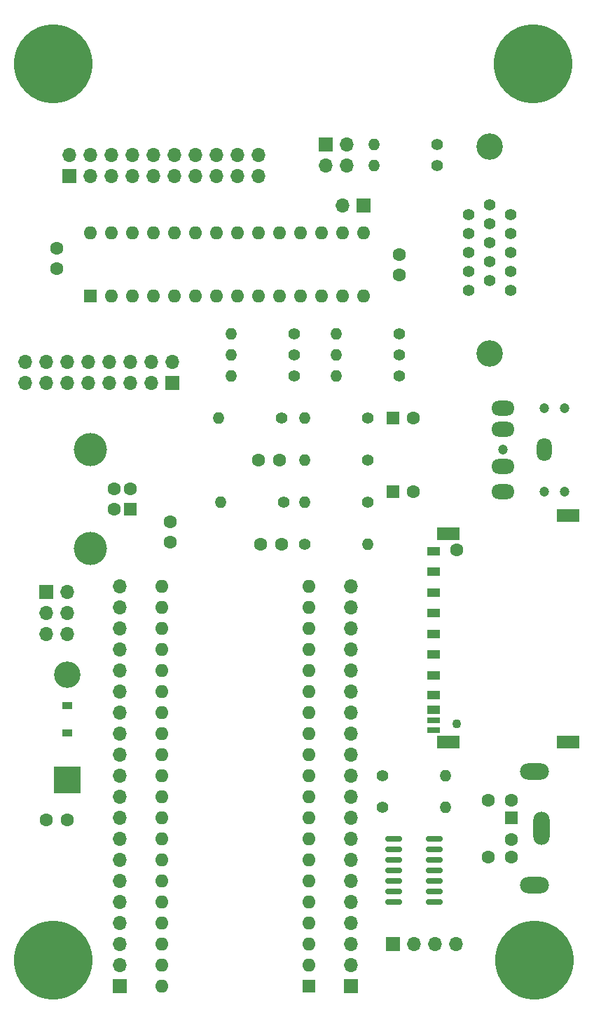
<source format=gts>
G04 #@! TF.GenerationSoftware,KiCad,Pcbnew,(6.0.1)*
G04 #@! TF.CreationDate,2022-05-26T10:25:23-04:00*
G04 #@! TF.ProjectId,PiPicoMite01,50695069-636f-44d6-9974-6530312e6b69,2*
G04 #@! TF.SameCoordinates,Original*
G04 #@! TF.FileFunction,Soldermask,Top*
G04 #@! TF.FilePolarity,Negative*
%FSLAX46Y46*%
G04 Gerber Fmt 4.6, Leading zero omitted, Abs format (unit mm)*
G04 Created by KiCad (PCBNEW (6.0.1)) date 2022-05-26 10:25:23*
%MOMM*%
%LPD*%
G01*
G04 APERTURE LIST*
G04 Aperture macros list*
%AMRoundRect*
0 Rectangle with rounded corners*
0 $1 Rounding radius*
0 $2 $3 $4 $5 $6 $7 $8 $9 X,Y pos of 4 corners*
0 Add a 4 corners polygon primitive as box body*
4,1,4,$2,$3,$4,$5,$6,$7,$8,$9,$2,$3,0*
0 Add four circle primitives for the rounded corners*
1,1,$1+$1,$2,$3*
1,1,$1+$1,$4,$5*
1,1,$1+$1,$6,$7*
1,1,$1+$1,$8,$9*
0 Add four rect primitives between the rounded corners*
20,1,$1+$1,$2,$3,$4,$5,0*
20,1,$1+$1,$4,$5,$6,$7,0*
20,1,$1+$1,$6,$7,$8,$9,0*
20,1,$1+$1,$8,$9,$2,$3,0*%
G04 Aperture macros list end*
%ADD10R,1.700000X1.700000*%
%ADD11O,1.700000X1.700000*%
%ADD12C,9.525000*%
%ADD13C,3.200000*%
%ADD14C,1.397000*%
%ADD15C,1.600000*%
%ADD16C,1.100000*%
%ADD17R,1.500000X1.000000*%
%ADD18R,1.500000X0.700000*%
%ADD19R,2.800000X1.500000*%
%ADD20C,1.400000*%
%ADD21O,1.400000X1.400000*%
%ADD22R,1.600000X1.600000*%
%ADD23O,1.600000X1.600000*%
%ADD24C,4.000000*%
%ADD25R,1.200000X0.900000*%
%ADD26R,3.200000X3.200000*%
%ADD27O,3.200000X3.200000*%
%ADD28C,1.200000*%
%ADD29O,2.800000X1.800000*%
%ADD30O,1.800000X2.800000*%
%ADD31RoundRect,0.150000X-0.825000X-0.150000X0.825000X-0.150000X0.825000X0.150000X-0.825000X0.150000X0*%
%ADD32O,3.500000X2.000000*%
%ADD33O,2.000000X4.000000*%
G04 APERTURE END LIST*
D10*
X120904000Y-21590000D03*
D11*
X120904000Y-19050000D03*
X123444000Y-21590000D03*
X123444000Y-19050000D03*
X125984000Y-21590000D03*
X125984000Y-19050000D03*
X128524000Y-21590000D03*
X128524000Y-19050000D03*
X131064000Y-21590000D03*
X131064000Y-19050000D03*
X133604000Y-21590000D03*
X133604000Y-19050000D03*
X136144000Y-21590000D03*
X136144000Y-19050000D03*
X138684000Y-21590000D03*
X138684000Y-19050000D03*
X141224000Y-21590000D03*
X141224000Y-19050000D03*
X143764000Y-21590000D03*
X143764000Y-19050000D03*
D12*
X119000000Y-8000000D03*
X177165000Y-116205000D03*
X119000000Y-116205000D03*
X177000000Y-8000000D03*
D13*
X171697590Y-17985740D03*
X171697590Y-42974260D03*
D14*
X169157590Y-26169620D03*
X169157590Y-28460700D03*
X169157590Y-30746700D03*
X169157590Y-33040320D03*
X169157590Y-35328860D03*
X171697590Y-25024080D03*
X171697590Y-27315160D03*
X171697590Y-29606240D03*
X171697590Y-31894780D03*
X171697590Y-34185860D03*
X174237590Y-26169620D03*
X174237590Y-28460700D03*
X174235050Y-30749240D03*
X174237590Y-33040320D03*
X174237590Y-35328860D03*
D15*
X167726500Y-66700000D03*
D16*
X167726500Y-87700000D03*
D17*
X164926500Y-69320000D03*
X164926500Y-71820000D03*
X164926500Y-74320000D03*
X164926500Y-76820000D03*
X164926500Y-79320000D03*
X164926500Y-81820000D03*
X164926500Y-84240000D03*
X164926500Y-85940000D03*
X164926500Y-66820000D03*
D18*
X164926500Y-87280000D03*
X164926500Y-88420000D03*
D19*
X166726500Y-64750000D03*
X166726500Y-89850000D03*
X181226500Y-89850000D03*
X181226500Y-62550000D03*
D20*
X148082000Y-40640000D03*
D21*
X140462000Y-40640000D03*
D20*
X148082000Y-43180000D03*
D21*
X140462000Y-43180000D03*
D20*
X146812000Y-60960000D03*
D21*
X139192000Y-60960000D03*
D20*
X148082000Y-45720000D03*
D21*
X140462000Y-45720000D03*
D20*
X160782000Y-40640000D03*
D21*
X153162000Y-40640000D03*
D20*
X160782000Y-43180000D03*
D21*
X153162000Y-43180000D03*
D20*
X160782000Y-45720000D03*
D21*
X153162000Y-45720000D03*
D22*
X149865000Y-119375000D03*
D23*
X149865000Y-116835000D03*
X149865000Y-114295000D03*
X149865000Y-111755000D03*
X149865000Y-109215000D03*
X149865000Y-106675000D03*
X149865000Y-104135000D03*
X149865000Y-101595000D03*
X149865000Y-99055000D03*
X149865000Y-96515000D03*
X149865000Y-93975000D03*
X149865000Y-91435000D03*
X149865000Y-88895000D03*
X149865000Y-86355000D03*
X149865000Y-83815000D03*
X149865000Y-81275000D03*
X149865000Y-78735000D03*
X149865000Y-76195000D03*
X149865000Y-73655000D03*
X149865000Y-71115000D03*
X132085000Y-71115000D03*
X132085000Y-73655000D03*
X132085000Y-76195000D03*
X132085000Y-78735000D03*
X132085000Y-81275000D03*
X132085000Y-83815000D03*
X132085000Y-86355000D03*
X132085000Y-88895000D03*
X132085000Y-91435000D03*
X132085000Y-93975000D03*
X132085000Y-96515000D03*
X132085000Y-99055000D03*
X132085000Y-101595000D03*
X132085000Y-104135000D03*
X132085000Y-106675000D03*
X132085000Y-109215000D03*
X132085000Y-111755000D03*
X132085000Y-114295000D03*
X132085000Y-116835000D03*
X132085000Y-119375000D03*
D22*
X128304000Y-61798000D03*
D15*
X128304000Y-59298000D03*
X126304000Y-59298000D03*
X126304000Y-61798000D03*
D24*
X123444000Y-54548000D03*
X123444000Y-66548000D03*
D15*
X120630000Y-99314000D03*
X118130000Y-99314000D03*
D22*
X160020000Y-59690000D03*
D15*
X162520000Y-59690000D03*
X146538000Y-66040000D03*
X144038000Y-66040000D03*
X133096000Y-63266000D03*
X133096000Y-65766000D03*
X160782000Y-31008000D03*
X160782000Y-33508000D03*
X119380000Y-30246000D03*
X119380000Y-32746000D03*
D20*
X156972000Y-55880000D03*
D21*
X149352000Y-55880000D03*
D20*
X156972000Y-60960000D03*
D21*
X149352000Y-60960000D03*
D10*
X156464000Y-25146000D03*
D11*
X153924000Y-25146000D03*
D25*
X120650000Y-88772000D03*
X120650000Y-85472000D03*
D10*
X133335000Y-46502000D03*
D11*
X133335000Y-43962000D03*
X130795000Y-46502000D03*
X130795000Y-43962000D03*
X128255000Y-46502000D03*
X128255000Y-43962000D03*
X125715000Y-46502000D03*
X125715000Y-43962000D03*
X123175000Y-46502000D03*
X123175000Y-43962000D03*
X120635000Y-46502000D03*
X120635000Y-43962000D03*
X118095000Y-46502000D03*
X118095000Y-43962000D03*
X115555000Y-46502000D03*
X115555000Y-43962000D03*
D10*
X160020000Y-114300000D03*
D11*
X162560000Y-114300000D03*
X165100000Y-114300000D03*
X167640000Y-114300000D03*
D26*
X120650000Y-94488000D03*
D27*
X120650000Y-81788000D03*
D15*
X146304000Y-55880000D03*
X143804000Y-55880000D03*
D28*
X178308000Y-59610000D03*
X178308000Y-49610000D03*
X180808000Y-49610000D03*
X180808000Y-59610000D03*
X173308000Y-54610000D03*
D29*
X173308000Y-59610000D03*
X173308000Y-56610000D03*
D30*
X178308000Y-54610000D03*
D29*
X173308000Y-49610000D03*
X173308000Y-52110000D03*
D20*
X165354000Y-17780000D03*
D21*
X157734000Y-17780000D03*
D20*
X165354000Y-20320000D03*
D21*
X157734000Y-20320000D03*
D10*
X127000000Y-119380000D03*
D11*
X127000000Y-116840000D03*
X127000000Y-114300000D03*
X127000000Y-111760000D03*
X127000000Y-109220000D03*
X127000000Y-106680000D03*
X127000000Y-104140000D03*
X127000000Y-101600000D03*
X127000000Y-99060000D03*
X127000000Y-96520000D03*
X127000000Y-93980000D03*
X127000000Y-91440000D03*
X127000000Y-88900000D03*
X127000000Y-86360000D03*
X127000000Y-83820000D03*
X127000000Y-81280000D03*
X127000000Y-78740000D03*
X127000000Y-76200000D03*
X127000000Y-73660000D03*
X127000000Y-71120000D03*
D20*
X149352000Y-66040000D03*
D21*
X156972000Y-66040000D03*
D10*
X151887000Y-17775000D03*
D11*
X154427000Y-17775000D03*
X151887000Y-20315000D03*
X154427000Y-20315000D03*
D20*
X158750000Y-93980000D03*
D21*
X166370000Y-93980000D03*
D22*
X123454000Y-36058000D03*
D23*
X125994000Y-36058000D03*
X128534000Y-36058000D03*
X131074000Y-36058000D03*
X133614000Y-36058000D03*
X136154000Y-36058000D03*
X138694000Y-36058000D03*
X141234000Y-36058000D03*
X143774000Y-36058000D03*
X146314000Y-36058000D03*
X148854000Y-36058000D03*
X151394000Y-36058000D03*
X153934000Y-36058000D03*
X156474000Y-36058000D03*
X156474000Y-28438000D03*
X153934000Y-28438000D03*
X151394000Y-28438000D03*
X148854000Y-28438000D03*
X146314000Y-28438000D03*
X143774000Y-28438000D03*
X141234000Y-28438000D03*
X138694000Y-28438000D03*
X136154000Y-28438000D03*
X133614000Y-28438000D03*
X131074000Y-28438000D03*
X128534000Y-28438000D03*
X125994000Y-28438000D03*
X123454000Y-28438000D03*
D20*
X158750000Y-97790000D03*
D21*
X166370000Y-97790000D03*
D22*
X160020000Y-50800000D03*
D15*
X162520000Y-50800000D03*
D31*
X160085000Y-101600000D03*
X160085000Y-102870000D03*
X160085000Y-104140000D03*
X160085000Y-105410000D03*
X160085000Y-106680000D03*
X160085000Y-107950000D03*
X160085000Y-109220000D03*
X165035000Y-109220000D03*
X165035000Y-107950000D03*
X165035000Y-106680000D03*
X165035000Y-105410000D03*
X165035000Y-104140000D03*
X165035000Y-102870000D03*
X165035000Y-101600000D03*
D10*
X118105000Y-71770000D03*
D11*
X120645000Y-71770000D03*
X118105000Y-74310000D03*
X120645000Y-74310000D03*
X118105000Y-76850000D03*
X120645000Y-76850000D03*
D22*
X174301000Y-99020000D03*
D15*
X174301000Y-101620000D03*
X174301000Y-96920000D03*
X174301000Y-103720000D03*
X171501000Y-96920000D03*
X171501000Y-103720000D03*
D32*
X177151000Y-107170000D03*
X177151000Y-93470000D03*
D33*
X177951000Y-100320000D03*
D20*
X156972000Y-50800000D03*
D21*
X149352000Y-50800000D03*
D20*
X146558000Y-50800000D03*
D21*
X138938000Y-50800000D03*
D10*
X154940000Y-119375000D03*
D11*
X154940000Y-116835000D03*
X154940000Y-114295000D03*
X154940000Y-111755000D03*
X154940000Y-109215000D03*
X154940000Y-106675000D03*
X154940000Y-104135000D03*
X154940000Y-101595000D03*
X154940000Y-99055000D03*
X154940000Y-96515000D03*
X154940000Y-93975000D03*
X154940000Y-91435000D03*
X154940000Y-88895000D03*
X154940000Y-86355000D03*
X154940000Y-83815000D03*
X154940000Y-81275000D03*
X154940000Y-78735000D03*
X154940000Y-76195000D03*
X154940000Y-73655000D03*
X154940000Y-71115000D03*
M02*

</source>
